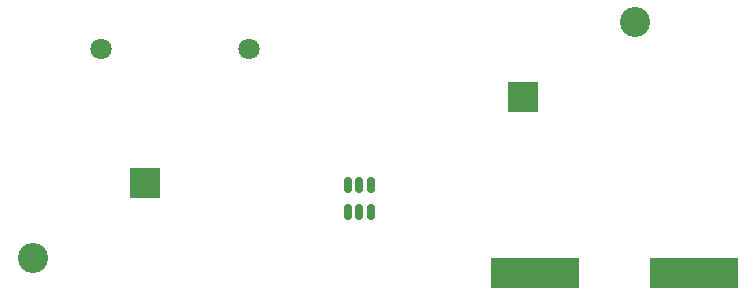
<source format=gts>
G04 #@! TF.GenerationSoftware,KiCad,Pcbnew,(6.0.10)*
G04 #@! TF.CreationDate,2023-01-16T22:35:13+01:00*
G04 #@! TF.ProjectId,IdealDiode,49646561-6c44-4696-9f64-652e6b696361,rev?*
G04 #@! TF.SameCoordinates,Original*
G04 #@! TF.FileFunction,Soldermask,Top*
G04 #@! TF.FilePolarity,Negative*
%FSLAX46Y46*%
G04 Gerber Fmt 4.6, Leading zero omitted, Abs format (unit mm)*
G04 Created by KiCad (PCBNEW (6.0.10)) date 2023-01-16 22:35:13*
%MOMM*%
%LPD*%
G01*
G04 APERTURE LIST*
G04 Aperture macros list*
%AMRoundRect*
0 Rectangle with rounded corners*
0 $1 Rounding radius*
0 $2 $3 $4 $5 $6 $7 $8 $9 X,Y pos of 4 corners*
0 Add a 4 corners polygon primitive as box body*
4,1,4,$2,$3,$4,$5,$6,$7,$8,$9,$2,$3,0*
0 Add four circle primitives for the rounded corners*
1,1,$1+$1,$2,$3*
1,1,$1+$1,$4,$5*
1,1,$1+$1,$6,$7*
1,1,$1+$1,$8,$9*
0 Add four rect primitives between the rounded corners*
20,1,$1+$1,$2,$3,$4,$5,0*
20,1,$1+$1,$4,$5,$6,$7,0*
20,1,$1+$1,$6,$7,$8,$9,0*
20,1,$1+$1,$8,$9,$2,$3,0*%
G04 Aperture macros list end*
%ADD10R,2.550000X2.550000*%
%ADD11C,2.550000*%
%ADD12R,7.500000X2.500000*%
%ADD13RoundRect,0.150000X0.150000X-0.512500X0.150000X0.512500X-0.150000X0.512500X-0.150000X-0.512500X0*%
%ADD14C,1.803400*%
G04 APERTURE END LIST*
D10*
X119027800Y-83819850D03*
D11*
X109527800Y-90169850D03*
D12*
X152000000Y-91440000D03*
X165500000Y-91440000D03*
D13*
X136210000Y-86227500D03*
X137160000Y-86227500D03*
X138110000Y-86227500D03*
X138110000Y-83952500D03*
X137160000Y-83952500D03*
X136210000Y-83952500D03*
D14*
X127812800Y-72488350D03*
X115316000Y-72488350D03*
D10*
X151025000Y-76535000D03*
D11*
X160525000Y-70185000D03*
M02*

</source>
